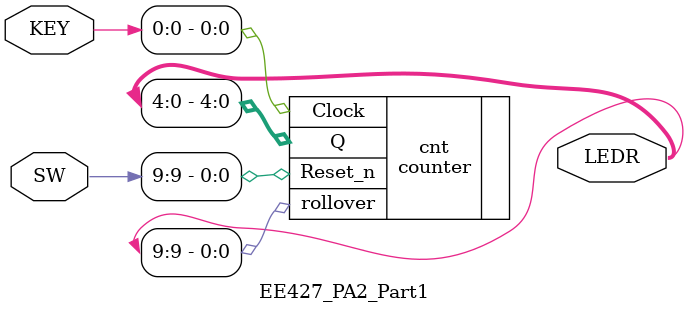
<source format=v>


module EE427_PA2_Part1(

	//////////// KEY //////////
	input 		     [3:0]		KEY,

	//////////// LED //////////
	output		     [9:0]		LEDR,

	//////////// SW //////////
	input 		     [9:0]		SW
);



//=======================================================
//  REG/WIRE declarations
//=======================================================




//=======================================================
//  Structural coding
//=======================================================

counter #(.n(5), .k(20)) cnt(.Clock(KEY[0]), .Q(LEDR[4:0]), .rollover(LEDR[9]), .Reset_n(SW[9]));

endmodule

</source>
